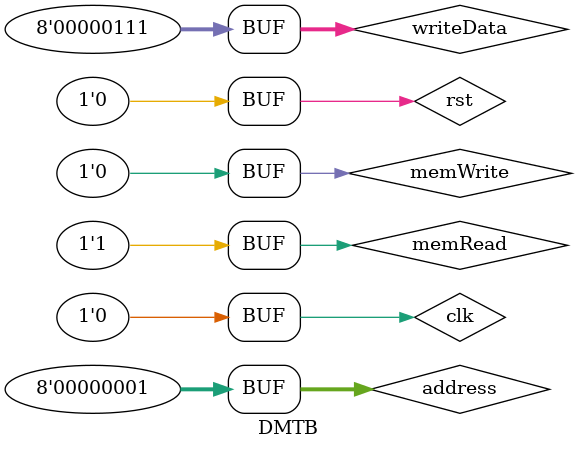
<source format=v>
module dataMemory (
	input [7:0] addr,
	input [7:0] writeData,
	input memWrite, memRead,
	input clk, rst,
	output [7:0] readData
);
	
	reg [7:0]mem[0:255];  // 256 words of 8-bit memory
	integer i;

	always @(negedge clk, posedge rst) begin
		if ( rst ) begin
	      for ( i = 0 ; i < 256 ; i = i + 1 )
	        mem[i] <= 8'b0; 
	    end
	  	else if (memWrite)
	   		mem[addr] <= writeData;

	   	mem[8'd100] <= 8'b10000000;
	   	mem[8'd101] <= 8'b00000001;
	   	mem[8'd102] <= 8'b10000001;
	   	mem[8'd103] <= 8'b00000000;
	   	// mem[8'd104] <= 8'b10011000;
	   	// mem[8'd105] <= 8'b00100001;
	   	// mem[8'd106] <= 8'b10000001;
	   	// mem[8'd107] <= 8'b11111110;
	   	// mem[8'd108] <= 8'b10001000;
	   	// mem[8'd109] <= 8'b00010001;
	   	// mem[8'd110] <= 8'b10000001;
	   	// mem[8'd111] <= 8'b00001000;
	   	// mem[8'd112] <= 8'b10000000;
	   	// mem[8'd113] <= 8'b00010001;
	   	// mem[8'd114] <= 8'b10000001;
	   	// mem[8'd115] <= 8'b11111101;
	   	// mem[8'd116] <= 8'b10000110;
	   	// mem[8'd117] <= 8'b00000001;
	   	// mem[8'd118] <= 8'b10000001;
	   	// mem[8'd119] <= 8'b00110000;
	end

	assign readData = memRead ? mem[addr] : 8'bx;
endmodule

module DMTB();
  	reg clk, rst, memRead, memWrite;
  	reg [7:0]address;
  	reg [7:0]writeData;
  	wire [7:0]readData;
  	dataMemory dataMem(address, writeData, memWrite, memRead, clk, rst, readData);
  
  	initial begin
		clk=0;
    	repeat (20)
    	#200 clk=~clk;
	end
	
	initial begin
		rst = 1;
		#200;
	  	writeData = 8'b00000111;
	  	rst = 0;
	  	#200;
	  	memWrite = 0;
		memRead = 1;
		address = 8'b00000011;
		#400;
		memWrite = 1;
		memRead = 0;
		address = 12'b00000001;
		#400;
		memWrite = 0;
		memRead = 1;
		address = 12'b00000001;
		#400;
	end
endmodule

</source>
